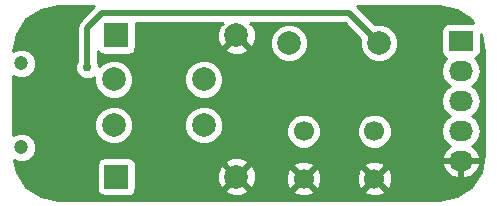
<source format=gbl>
%TF.GenerationSoftware,KiCad,Pcbnew,4.0.4+e1-6308~48~ubuntu16.04.1-stable*%
%TF.CreationDate,2016-12-10T16:28:55-08:00*%
%TF.ProjectId,usb-breakout,7573622D627265616B6F75742E6B6963,rev?*%
%TF.FileFunction,Copper,L2,Bot,Signal*%
%FSLAX46Y46*%
G04 Gerber Fmt 4.6, Leading zero omitted, Abs format (unit mm)*
G04 Created by KiCad (PCBNEW 4.0.4+e1-6308~48~ubuntu16.04.1-stable) date Sat Dec 10 16:28:55 2016*
%MOMM*%
%LPD*%
G01*
G04 APERTURE LIST*
%ADD10C,0.350000*%
%ADD11C,1.200000*%
%ADD12R,2.032000X1.727200*%
%ADD13O,2.032000X1.727200*%
%ADD14C,1.998980*%
%ADD15C,1.700000*%
%ADD16R,1.998980X1.998980*%
%ADD17C,0.762000*%
%ADD18C,0.508000*%
%ADD19C,0.254000*%
%ADD20C,0.350000*%
G04 APERTURE END LIST*
D10*
D11*
X107430400Y-95712800D03*
X107430400Y-102812800D03*
D12*
X144653000Y-93789500D03*
D13*
X144653000Y-96329500D03*
X144653000Y-98869500D03*
X144653000Y-101409500D03*
X144653000Y-103949500D03*
D14*
X137706100Y-93980000D03*
X130086100Y-93980000D03*
X122872500Y-97066100D03*
X115252500Y-97066100D03*
X122872500Y-100926900D03*
X115252500Y-100926900D03*
D15*
X137325100Y-105460300D03*
X131325100Y-105460300D03*
X137325100Y-101460300D03*
X131325100Y-101460300D03*
D14*
X125641100Y-93345000D03*
D16*
X115481100Y-93345000D03*
D14*
X125641100Y-105295700D03*
D16*
X115481100Y-105295700D03*
D17*
X112395000Y-100965000D03*
X113030000Y-96043400D03*
D18*
X113030000Y-96043400D02*
X113030000Y-92710000D01*
X113030000Y-92710000D02*
X114300000Y-91440000D01*
X114300000Y-91440000D02*
X135166100Y-91440000D01*
X135166100Y-91440000D02*
X137706100Y-93980000D01*
D19*
G36*
X112401382Y-92081382D02*
X112208671Y-92369794D01*
X112141000Y-92710000D01*
X112141000Y-95534993D01*
X112014176Y-95840418D01*
X112013824Y-96244608D01*
X112168175Y-96618166D01*
X112453731Y-96904221D01*
X112827018Y-97059224D01*
X113231208Y-97059576D01*
X113604766Y-96905225D01*
X113618161Y-96891853D01*
X113617726Y-97389794D01*
X113866038Y-97990755D01*
X114325427Y-98450946D01*
X114925953Y-98700306D01*
X115576194Y-98700874D01*
X116177155Y-98452562D01*
X116637346Y-97993173D01*
X116886706Y-97392647D01*
X116886708Y-97389794D01*
X121237726Y-97389794D01*
X121486038Y-97990755D01*
X121945427Y-98450946D01*
X122545953Y-98700306D01*
X123196194Y-98700874D01*
X123797155Y-98452562D01*
X124257346Y-97993173D01*
X124506706Y-97392647D01*
X124507274Y-96742406D01*
X124258962Y-96141445D01*
X123799573Y-95681254D01*
X123199047Y-95431894D01*
X122548806Y-95431326D01*
X121947845Y-95679638D01*
X121487654Y-96139027D01*
X121238294Y-96739553D01*
X121237726Y-97389794D01*
X116886708Y-97389794D01*
X116887274Y-96742406D01*
X116638962Y-96141445D01*
X116179573Y-95681254D01*
X115579047Y-95431894D01*
X114928806Y-95431326D01*
X114327845Y-95679638D01*
X114046073Y-95960919D01*
X114046176Y-95842192D01*
X113919000Y-95534403D01*
X113919000Y-94642827D01*
X114017520Y-94795931D01*
X114229720Y-94940921D01*
X114481610Y-94991930D01*
X116480590Y-94991930D01*
X116715907Y-94947652D01*
X116932031Y-94808580D01*
X117077021Y-94596380D01*
X117097112Y-94497163D01*
X124668543Y-94497163D01*
X124767142Y-94763965D01*
X125376682Y-94990401D01*
X126026477Y-94966341D01*
X126515058Y-94763965D01*
X126613657Y-94497163D01*
X125641100Y-93524605D01*
X124668543Y-94497163D01*
X117097112Y-94497163D01*
X117128030Y-94344490D01*
X117128030Y-92345510D01*
X117124923Y-92329000D01*
X124445492Y-92329000D01*
X124488936Y-92372444D01*
X124222135Y-92471042D01*
X123995699Y-93080582D01*
X124019759Y-93730377D01*
X124222135Y-94218958D01*
X124488937Y-94317557D01*
X125461495Y-93345000D01*
X125447352Y-93330858D01*
X125626958Y-93151252D01*
X125641100Y-93165395D01*
X125655242Y-93151252D01*
X125834848Y-93330858D01*
X125820705Y-93345000D01*
X126793263Y-94317557D01*
X126830775Y-94303694D01*
X128451326Y-94303694D01*
X128699638Y-94904655D01*
X129159027Y-95364846D01*
X129759553Y-95614206D01*
X130409794Y-95614774D01*
X131010755Y-95366462D01*
X131470946Y-94907073D01*
X131720306Y-94306547D01*
X131720874Y-93656306D01*
X131472562Y-93055345D01*
X131013173Y-92595154D01*
X130412647Y-92345794D01*
X129762406Y-92345226D01*
X129161445Y-92593538D01*
X128701254Y-93052927D01*
X128451894Y-93653453D01*
X128451326Y-94303694D01*
X126830775Y-94303694D01*
X127060065Y-94218958D01*
X127286501Y-93609418D01*
X127262441Y-92959623D01*
X127060065Y-92471042D01*
X126793264Y-92372444D01*
X126836708Y-92329000D01*
X134797864Y-92329000D01*
X136086688Y-93617824D01*
X136071894Y-93653453D01*
X136071326Y-94303694D01*
X136319638Y-94904655D01*
X136779027Y-95364846D01*
X137379553Y-95614206D01*
X138029794Y-95614774D01*
X138630755Y-95366462D01*
X139090946Y-94907073D01*
X139340306Y-94306547D01*
X139340874Y-93656306D01*
X139092562Y-93055345D01*
X138633173Y-92595154D01*
X138032647Y-92345794D01*
X137382406Y-92345226D01*
X137344305Y-92360969D01*
X135864536Y-90881200D01*
X142804951Y-90881200D01*
X144298532Y-91178291D01*
X145505343Y-91984657D01*
X145706767Y-92286108D01*
X145669000Y-92278460D01*
X143637000Y-92278460D01*
X143401683Y-92322738D01*
X143185559Y-92461810D01*
X143040569Y-92674010D01*
X142989560Y-92925900D01*
X142989560Y-94653100D01*
X143033838Y-94888417D01*
X143172910Y-95104541D01*
X143385110Y-95249531D01*
X143426439Y-95257900D01*
X143408585Y-95269830D01*
X143083729Y-95756011D01*
X142969655Y-96329500D01*
X143083729Y-96902989D01*
X143408585Y-97389170D01*
X143723366Y-97599500D01*
X143408585Y-97809830D01*
X143083729Y-98296011D01*
X142969655Y-98869500D01*
X143083729Y-99442989D01*
X143408585Y-99929170D01*
X143723366Y-100139500D01*
X143408585Y-100349830D01*
X143083729Y-100836011D01*
X142969655Y-101409500D01*
X143083729Y-101982989D01*
X143408585Y-102469170D01*
X143718069Y-102675961D01*
X143302268Y-103047464D01*
X143048291Y-103574709D01*
X143045642Y-103590474D01*
X143166783Y-103822500D01*
X144526000Y-103822500D01*
X144526000Y-103802500D01*
X144780000Y-103802500D01*
X144780000Y-103822500D01*
X146139217Y-103822500D01*
X146260358Y-103590474D01*
X146257709Y-103574709D01*
X146003732Y-103047464D01*
X145587931Y-102675961D01*
X145897415Y-102469170D01*
X146222271Y-101982989D01*
X146336345Y-101409500D01*
X146222271Y-100836011D01*
X145897415Y-100349830D01*
X145582634Y-100139500D01*
X145897415Y-99929170D01*
X146222271Y-99442989D01*
X146336345Y-98869500D01*
X146222271Y-98296011D01*
X145897415Y-97809830D01*
X145582634Y-97599500D01*
X145897415Y-97389170D01*
X146222271Y-96902989D01*
X146336345Y-96329500D01*
X146222271Y-95756011D01*
X145897415Y-95269830D01*
X145883087Y-95260257D01*
X145904317Y-95256262D01*
X146120441Y-95117190D01*
X146265431Y-94904990D01*
X146316440Y-94653100D01*
X146316440Y-93215254D01*
X146608800Y-94685049D01*
X146608800Y-103434951D01*
X146311708Y-104928534D01*
X145505343Y-106135343D01*
X144298532Y-106941709D01*
X142804951Y-107238800D01*
X110560049Y-107238800D01*
X109066466Y-106941708D01*
X107859657Y-106135343D01*
X107053291Y-104928532D01*
X106927515Y-104296210D01*
X113834170Y-104296210D01*
X113834170Y-106295190D01*
X113878448Y-106530507D01*
X114017520Y-106746631D01*
X114229720Y-106891621D01*
X114481610Y-106942630D01*
X116480590Y-106942630D01*
X116715907Y-106898352D01*
X116932031Y-106759280D01*
X117077021Y-106547080D01*
X117097112Y-106447863D01*
X124668543Y-106447863D01*
X124767142Y-106714665D01*
X125376682Y-106941101D01*
X126026477Y-106917041D01*
X126515058Y-106714665D01*
X126592815Y-106504258D01*
X130460747Y-106504258D01*
X130541020Y-106755559D01*
X131096379Y-106957018D01*
X131686558Y-106930615D01*
X132109180Y-106755559D01*
X132189453Y-106504258D01*
X136460747Y-106504258D01*
X136541020Y-106755559D01*
X137096379Y-106957018D01*
X137686558Y-106930615D01*
X138109180Y-106755559D01*
X138189453Y-106504258D01*
X137325100Y-105639905D01*
X136460747Y-106504258D01*
X132189453Y-106504258D01*
X131325100Y-105639905D01*
X130460747Y-106504258D01*
X126592815Y-106504258D01*
X126613657Y-106447863D01*
X125641100Y-105475305D01*
X124668543Y-106447863D01*
X117097112Y-106447863D01*
X117128030Y-106295190D01*
X117128030Y-105031282D01*
X123995699Y-105031282D01*
X124019759Y-105681077D01*
X124222135Y-106169658D01*
X124488937Y-106268257D01*
X125461495Y-105295700D01*
X125820705Y-105295700D01*
X126793263Y-106268257D01*
X127060065Y-106169658D01*
X127286501Y-105560118D01*
X127274337Y-105231579D01*
X129828382Y-105231579D01*
X129854785Y-105821758D01*
X130029841Y-106244380D01*
X130281142Y-106324653D01*
X131145495Y-105460300D01*
X131504705Y-105460300D01*
X132369058Y-106324653D01*
X132620359Y-106244380D01*
X132821818Y-105689021D01*
X132801354Y-105231579D01*
X135828382Y-105231579D01*
X135854785Y-105821758D01*
X136029841Y-106244380D01*
X136281142Y-106324653D01*
X137145495Y-105460300D01*
X137504705Y-105460300D01*
X138369058Y-106324653D01*
X138620359Y-106244380D01*
X138821818Y-105689021D01*
X138795415Y-105098842D01*
X138620359Y-104676220D01*
X138369058Y-104595947D01*
X137504705Y-105460300D01*
X137145495Y-105460300D01*
X136281142Y-104595947D01*
X136029841Y-104676220D01*
X135828382Y-105231579D01*
X132801354Y-105231579D01*
X132795415Y-105098842D01*
X132620359Y-104676220D01*
X132369058Y-104595947D01*
X131504705Y-105460300D01*
X131145495Y-105460300D01*
X130281142Y-104595947D01*
X130029841Y-104676220D01*
X129828382Y-105231579D01*
X127274337Y-105231579D01*
X127262441Y-104910323D01*
X127060065Y-104421742D01*
X127045453Y-104416342D01*
X130460747Y-104416342D01*
X131325100Y-105280695D01*
X132189453Y-104416342D01*
X136460747Y-104416342D01*
X137325100Y-105280695D01*
X138189453Y-104416342D01*
X138155014Y-104308526D01*
X143045642Y-104308526D01*
X143048291Y-104324291D01*
X143302268Y-104851536D01*
X143738680Y-105241454D01*
X144291087Y-105434684D01*
X144526000Y-105290424D01*
X144526000Y-104076500D01*
X144780000Y-104076500D01*
X144780000Y-105290424D01*
X145014913Y-105434684D01*
X145567320Y-105241454D01*
X146003732Y-104851536D01*
X146257709Y-104324291D01*
X146260358Y-104308526D01*
X146139217Y-104076500D01*
X144780000Y-104076500D01*
X144526000Y-104076500D01*
X143166783Y-104076500D01*
X143045642Y-104308526D01*
X138155014Y-104308526D01*
X138109180Y-104165041D01*
X137553821Y-103963582D01*
X136963642Y-103989985D01*
X136541020Y-104165041D01*
X136460747Y-104416342D01*
X132189453Y-104416342D01*
X132109180Y-104165041D01*
X131553821Y-103963582D01*
X130963642Y-103989985D01*
X130541020Y-104165041D01*
X130460747Y-104416342D01*
X127045453Y-104416342D01*
X126793263Y-104323143D01*
X125820705Y-105295700D01*
X125461495Y-105295700D01*
X124488937Y-104323143D01*
X124222135Y-104421742D01*
X123995699Y-105031282D01*
X117128030Y-105031282D01*
X117128030Y-104296210D01*
X117099303Y-104143537D01*
X124668543Y-104143537D01*
X125641100Y-105116095D01*
X126613657Y-104143537D01*
X126515058Y-103876735D01*
X125905518Y-103650299D01*
X125255723Y-103674359D01*
X124767142Y-103876735D01*
X124668543Y-104143537D01*
X117099303Y-104143537D01*
X117083752Y-104060893D01*
X116944680Y-103844769D01*
X116732480Y-103699779D01*
X116480590Y-103648770D01*
X114481610Y-103648770D01*
X114246293Y-103693048D01*
X114030169Y-103832120D01*
X113885179Y-104044320D01*
X113834170Y-104296210D01*
X106927515Y-104296210D01*
X106850546Y-103909261D01*
X107183666Y-104047585D01*
X107674979Y-104048014D01*
X108129057Y-103860392D01*
X108476771Y-103513285D01*
X108665185Y-103059534D01*
X108665614Y-102568221D01*
X108477992Y-102114143D01*
X108130885Y-101766429D01*
X107677134Y-101578015D01*
X107185821Y-101577586D01*
X106756200Y-101755103D01*
X106756200Y-101250594D01*
X113617726Y-101250594D01*
X113866038Y-101851555D01*
X114325427Y-102311746D01*
X114925953Y-102561106D01*
X115576194Y-102561674D01*
X116177155Y-102313362D01*
X116637346Y-101853973D01*
X116886706Y-101253447D01*
X116886708Y-101250594D01*
X121237726Y-101250594D01*
X121486038Y-101851555D01*
X121945427Y-102311746D01*
X122545953Y-102561106D01*
X123196194Y-102561674D01*
X123797155Y-102313362D01*
X124257346Y-101853973D01*
X124298696Y-101754389D01*
X129839843Y-101754389D01*
X130065444Y-102300386D01*
X130482817Y-102718488D01*
X131028419Y-102945042D01*
X131619189Y-102945557D01*
X132165186Y-102719956D01*
X132583288Y-102302583D01*
X132809842Y-101756981D01*
X132809844Y-101754389D01*
X135839843Y-101754389D01*
X136065444Y-102300386D01*
X136482817Y-102718488D01*
X137028419Y-102945042D01*
X137619189Y-102945557D01*
X138165186Y-102719956D01*
X138583288Y-102302583D01*
X138809842Y-101756981D01*
X138810357Y-101166211D01*
X138584756Y-100620214D01*
X138167383Y-100202112D01*
X137621781Y-99975558D01*
X137031011Y-99975043D01*
X136485014Y-100200644D01*
X136066912Y-100618017D01*
X135840358Y-101163619D01*
X135839843Y-101754389D01*
X132809844Y-101754389D01*
X132810357Y-101166211D01*
X132584756Y-100620214D01*
X132167383Y-100202112D01*
X131621781Y-99975558D01*
X131031011Y-99975043D01*
X130485014Y-100200644D01*
X130066912Y-100618017D01*
X129840358Y-101163619D01*
X129839843Y-101754389D01*
X124298696Y-101754389D01*
X124506706Y-101253447D01*
X124507274Y-100603206D01*
X124258962Y-100002245D01*
X123799573Y-99542054D01*
X123199047Y-99292694D01*
X122548806Y-99292126D01*
X121947845Y-99540438D01*
X121487654Y-99999827D01*
X121238294Y-100600353D01*
X121237726Y-101250594D01*
X116886708Y-101250594D01*
X116887274Y-100603206D01*
X116638962Y-100002245D01*
X116179573Y-99542054D01*
X115579047Y-99292694D01*
X114928806Y-99292126D01*
X114327845Y-99540438D01*
X113867654Y-99999827D01*
X113618294Y-100600353D01*
X113617726Y-101250594D01*
X106756200Y-101250594D01*
X106756200Y-96770085D01*
X107183666Y-96947585D01*
X107674979Y-96948014D01*
X108129057Y-96760392D01*
X108476771Y-96413285D01*
X108665185Y-95959534D01*
X108665614Y-95468221D01*
X108477992Y-95014143D01*
X108130885Y-94666429D01*
X107677134Y-94478015D01*
X107185821Y-94477586D01*
X106762690Y-94652421D01*
X107053291Y-93191468D01*
X107859657Y-91984657D01*
X109066466Y-91178292D01*
X110560049Y-90881200D01*
X113601564Y-90881200D01*
X112401382Y-92081382D01*
X112401382Y-92081382D01*
G37*
X112401382Y-92081382D02*
X112208671Y-92369794D01*
X112141000Y-92710000D01*
X112141000Y-95534993D01*
X112014176Y-95840418D01*
X112013824Y-96244608D01*
X112168175Y-96618166D01*
X112453731Y-96904221D01*
X112827018Y-97059224D01*
X113231208Y-97059576D01*
X113604766Y-96905225D01*
X113618161Y-96891853D01*
X113617726Y-97389794D01*
X113866038Y-97990755D01*
X114325427Y-98450946D01*
X114925953Y-98700306D01*
X115576194Y-98700874D01*
X116177155Y-98452562D01*
X116637346Y-97993173D01*
X116886706Y-97392647D01*
X116886708Y-97389794D01*
X121237726Y-97389794D01*
X121486038Y-97990755D01*
X121945427Y-98450946D01*
X122545953Y-98700306D01*
X123196194Y-98700874D01*
X123797155Y-98452562D01*
X124257346Y-97993173D01*
X124506706Y-97392647D01*
X124507274Y-96742406D01*
X124258962Y-96141445D01*
X123799573Y-95681254D01*
X123199047Y-95431894D01*
X122548806Y-95431326D01*
X121947845Y-95679638D01*
X121487654Y-96139027D01*
X121238294Y-96739553D01*
X121237726Y-97389794D01*
X116886708Y-97389794D01*
X116887274Y-96742406D01*
X116638962Y-96141445D01*
X116179573Y-95681254D01*
X115579047Y-95431894D01*
X114928806Y-95431326D01*
X114327845Y-95679638D01*
X114046073Y-95960919D01*
X114046176Y-95842192D01*
X113919000Y-95534403D01*
X113919000Y-94642827D01*
X114017520Y-94795931D01*
X114229720Y-94940921D01*
X114481610Y-94991930D01*
X116480590Y-94991930D01*
X116715907Y-94947652D01*
X116932031Y-94808580D01*
X117077021Y-94596380D01*
X117097112Y-94497163D01*
X124668543Y-94497163D01*
X124767142Y-94763965D01*
X125376682Y-94990401D01*
X126026477Y-94966341D01*
X126515058Y-94763965D01*
X126613657Y-94497163D01*
X125641100Y-93524605D01*
X124668543Y-94497163D01*
X117097112Y-94497163D01*
X117128030Y-94344490D01*
X117128030Y-92345510D01*
X117124923Y-92329000D01*
X124445492Y-92329000D01*
X124488936Y-92372444D01*
X124222135Y-92471042D01*
X123995699Y-93080582D01*
X124019759Y-93730377D01*
X124222135Y-94218958D01*
X124488937Y-94317557D01*
X125461495Y-93345000D01*
X125447352Y-93330858D01*
X125626958Y-93151252D01*
X125641100Y-93165395D01*
X125655242Y-93151252D01*
X125834848Y-93330858D01*
X125820705Y-93345000D01*
X126793263Y-94317557D01*
X126830775Y-94303694D01*
X128451326Y-94303694D01*
X128699638Y-94904655D01*
X129159027Y-95364846D01*
X129759553Y-95614206D01*
X130409794Y-95614774D01*
X131010755Y-95366462D01*
X131470946Y-94907073D01*
X131720306Y-94306547D01*
X131720874Y-93656306D01*
X131472562Y-93055345D01*
X131013173Y-92595154D01*
X130412647Y-92345794D01*
X129762406Y-92345226D01*
X129161445Y-92593538D01*
X128701254Y-93052927D01*
X128451894Y-93653453D01*
X128451326Y-94303694D01*
X126830775Y-94303694D01*
X127060065Y-94218958D01*
X127286501Y-93609418D01*
X127262441Y-92959623D01*
X127060065Y-92471042D01*
X126793264Y-92372444D01*
X126836708Y-92329000D01*
X134797864Y-92329000D01*
X136086688Y-93617824D01*
X136071894Y-93653453D01*
X136071326Y-94303694D01*
X136319638Y-94904655D01*
X136779027Y-95364846D01*
X137379553Y-95614206D01*
X138029794Y-95614774D01*
X138630755Y-95366462D01*
X139090946Y-94907073D01*
X139340306Y-94306547D01*
X139340874Y-93656306D01*
X139092562Y-93055345D01*
X138633173Y-92595154D01*
X138032647Y-92345794D01*
X137382406Y-92345226D01*
X137344305Y-92360969D01*
X135864536Y-90881200D01*
X142804951Y-90881200D01*
X144298532Y-91178291D01*
X145505343Y-91984657D01*
X145706767Y-92286108D01*
X145669000Y-92278460D01*
X143637000Y-92278460D01*
X143401683Y-92322738D01*
X143185559Y-92461810D01*
X143040569Y-92674010D01*
X142989560Y-92925900D01*
X142989560Y-94653100D01*
X143033838Y-94888417D01*
X143172910Y-95104541D01*
X143385110Y-95249531D01*
X143426439Y-95257900D01*
X143408585Y-95269830D01*
X143083729Y-95756011D01*
X142969655Y-96329500D01*
X143083729Y-96902989D01*
X143408585Y-97389170D01*
X143723366Y-97599500D01*
X143408585Y-97809830D01*
X143083729Y-98296011D01*
X142969655Y-98869500D01*
X143083729Y-99442989D01*
X143408585Y-99929170D01*
X143723366Y-100139500D01*
X143408585Y-100349830D01*
X143083729Y-100836011D01*
X142969655Y-101409500D01*
X143083729Y-101982989D01*
X143408585Y-102469170D01*
X143718069Y-102675961D01*
X143302268Y-103047464D01*
X143048291Y-103574709D01*
X143045642Y-103590474D01*
X143166783Y-103822500D01*
X144526000Y-103822500D01*
X144526000Y-103802500D01*
X144780000Y-103802500D01*
X144780000Y-103822500D01*
X146139217Y-103822500D01*
X146260358Y-103590474D01*
X146257709Y-103574709D01*
X146003732Y-103047464D01*
X145587931Y-102675961D01*
X145897415Y-102469170D01*
X146222271Y-101982989D01*
X146336345Y-101409500D01*
X146222271Y-100836011D01*
X145897415Y-100349830D01*
X145582634Y-100139500D01*
X145897415Y-99929170D01*
X146222271Y-99442989D01*
X146336345Y-98869500D01*
X146222271Y-98296011D01*
X145897415Y-97809830D01*
X145582634Y-97599500D01*
X145897415Y-97389170D01*
X146222271Y-96902989D01*
X146336345Y-96329500D01*
X146222271Y-95756011D01*
X145897415Y-95269830D01*
X145883087Y-95260257D01*
X145904317Y-95256262D01*
X146120441Y-95117190D01*
X146265431Y-94904990D01*
X146316440Y-94653100D01*
X146316440Y-93215254D01*
X146608800Y-94685049D01*
X146608800Y-103434951D01*
X146311708Y-104928534D01*
X145505343Y-106135343D01*
X144298532Y-106941709D01*
X142804951Y-107238800D01*
X110560049Y-107238800D01*
X109066466Y-106941708D01*
X107859657Y-106135343D01*
X107053291Y-104928532D01*
X106927515Y-104296210D01*
X113834170Y-104296210D01*
X113834170Y-106295190D01*
X113878448Y-106530507D01*
X114017520Y-106746631D01*
X114229720Y-106891621D01*
X114481610Y-106942630D01*
X116480590Y-106942630D01*
X116715907Y-106898352D01*
X116932031Y-106759280D01*
X117077021Y-106547080D01*
X117097112Y-106447863D01*
X124668543Y-106447863D01*
X124767142Y-106714665D01*
X125376682Y-106941101D01*
X126026477Y-106917041D01*
X126515058Y-106714665D01*
X126592815Y-106504258D01*
X130460747Y-106504258D01*
X130541020Y-106755559D01*
X131096379Y-106957018D01*
X131686558Y-106930615D01*
X132109180Y-106755559D01*
X132189453Y-106504258D01*
X136460747Y-106504258D01*
X136541020Y-106755559D01*
X137096379Y-106957018D01*
X137686558Y-106930615D01*
X138109180Y-106755559D01*
X138189453Y-106504258D01*
X137325100Y-105639905D01*
X136460747Y-106504258D01*
X132189453Y-106504258D01*
X131325100Y-105639905D01*
X130460747Y-106504258D01*
X126592815Y-106504258D01*
X126613657Y-106447863D01*
X125641100Y-105475305D01*
X124668543Y-106447863D01*
X117097112Y-106447863D01*
X117128030Y-106295190D01*
X117128030Y-105031282D01*
X123995699Y-105031282D01*
X124019759Y-105681077D01*
X124222135Y-106169658D01*
X124488937Y-106268257D01*
X125461495Y-105295700D01*
X125820705Y-105295700D01*
X126793263Y-106268257D01*
X127060065Y-106169658D01*
X127286501Y-105560118D01*
X127274337Y-105231579D01*
X129828382Y-105231579D01*
X129854785Y-105821758D01*
X130029841Y-106244380D01*
X130281142Y-106324653D01*
X131145495Y-105460300D01*
X131504705Y-105460300D01*
X132369058Y-106324653D01*
X132620359Y-106244380D01*
X132821818Y-105689021D01*
X132801354Y-105231579D01*
X135828382Y-105231579D01*
X135854785Y-105821758D01*
X136029841Y-106244380D01*
X136281142Y-106324653D01*
X137145495Y-105460300D01*
X137504705Y-105460300D01*
X138369058Y-106324653D01*
X138620359Y-106244380D01*
X138821818Y-105689021D01*
X138795415Y-105098842D01*
X138620359Y-104676220D01*
X138369058Y-104595947D01*
X137504705Y-105460300D01*
X137145495Y-105460300D01*
X136281142Y-104595947D01*
X136029841Y-104676220D01*
X135828382Y-105231579D01*
X132801354Y-105231579D01*
X132795415Y-105098842D01*
X132620359Y-104676220D01*
X132369058Y-104595947D01*
X131504705Y-105460300D01*
X131145495Y-105460300D01*
X130281142Y-104595947D01*
X130029841Y-104676220D01*
X129828382Y-105231579D01*
X127274337Y-105231579D01*
X127262441Y-104910323D01*
X127060065Y-104421742D01*
X127045453Y-104416342D01*
X130460747Y-104416342D01*
X131325100Y-105280695D01*
X132189453Y-104416342D01*
X136460747Y-104416342D01*
X137325100Y-105280695D01*
X138189453Y-104416342D01*
X138155014Y-104308526D01*
X143045642Y-104308526D01*
X143048291Y-104324291D01*
X143302268Y-104851536D01*
X143738680Y-105241454D01*
X144291087Y-105434684D01*
X144526000Y-105290424D01*
X144526000Y-104076500D01*
X144780000Y-104076500D01*
X144780000Y-105290424D01*
X145014913Y-105434684D01*
X145567320Y-105241454D01*
X146003732Y-104851536D01*
X146257709Y-104324291D01*
X146260358Y-104308526D01*
X146139217Y-104076500D01*
X144780000Y-104076500D01*
X144526000Y-104076500D01*
X143166783Y-104076500D01*
X143045642Y-104308526D01*
X138155014Y-104308526D01*
X138109180Y-104165041D01*
X137553821Y-103963582D01*
X136963642Y-103989985D01*
X136541020Y-104165041D01*
X136460747Y-104416342D01*
X132189453Y-104416342D01*
X132109180Y-104165041D01*
X131553821Y-103963582D01*
X130963642Y-103989985D01*
X130541020Y-104165041D01*
X130460747Y-104416342D01*
X127045453Y-104416342D01*
X126793263Y-104323143D01*
X125820705Y-105295700D01*
X125461495Y-105295700D01*
X124488937Y-104323143D01*
X124222135Y-104421742D01*
X123995699Y-105031282D01*
X117128030Y-105031282D01*
X117128030Y-104296210D01*
X117099303Y-104143537D01*
X124668543Y-104143537D01*
X125641100Y-105116095D01*
X126613657Y-104143537D01*
X126515058Y-103876735D01*
X125905518Y-103650299D01*
X125255723Y-103674359D01*
X124767142Y-103876735D01*
X124668543Y-104143537D01*
X117099303Y-104143537D01*
X117083752Y-104060893D01*
X116944680Y-103844769D01*
X116732480Y-103699779D01*
X116480590Y-103648770D01*
X114481610Y-103648770D01*
X114246293Y-103693048D01*
X114030169Y-103832120D01*
X113885179Y-104044320D01*
X113834170Y-104296210D01*
X106927515Y-104296210D01*
X106850546Y-103909261D01*
X107183666Y-104047585D01*
X107674979Y-104048014D01*
X108129057Y-103860392D01*
X108476771Y-103513285D01*
X108665185Y-103059534D01*
X108665614Y-102568221D01*
X108477992Y-102114143D01*
X108130885Y-101766429D01*
X107677134Y-101578015D01*
X107185821Y-101577586D01*
X106756200Y-101755103D01*
X106756200Y-101250594D01*
X113617726Y-101250594D01*
X113866038Y-101851555D01*
X114325427Y-102311746D01*
X114925953Y-102561106D01*
X115576194Y-102561674D01*
X116177155Y-102313362D01*
X116637346Y-101853973D01*
X116886706Y-101253447D01*
X116886708Y-101250594D01*
X121237726Y-101250594D01*
X121486038Y-101851555D01*
X121945427Y-102311746D01*
X122545953Y-102561106D01*
X123196194Y-102561674D01*
X123797155Y-102313362D01*
X124257346Y-101853973D01*
X124298696Y-101754389D01*
X129839843Y-101754389D01*
X130065444Y-102300386D01*
X130482817Y-102718488D01*
X131028419Y-102945042D01*
X131619189Y-102945557D01*
X132165186Y-102719956D01*
X132583288Y-102302583D01*
X132809842Y-101756981D01*
X132809844Y-101754389D01*
X135839843Y-101754389D01*
X136065444Y-102300386D01*
X136482817Y-102718488D01*
X137028419Y-102945042D01*
X137619189Y-102945557D01*
X138165186Y-102719956D01*
X138583288Y-102302583D01*
X138809842Y-101756981D01*
X138810357Y-101166211D01*
X138584756Y-100620214D01*
X138167383Y-100202112D01*
X137621781Y-99975558D01*
X137031011Y-99975043D01*
X136485014Y-100200644D01*
X136066912Y-100618017D01*
X135840358Y-101163619D01*
X135839843Y-101754389D01*
X132809844Y-101754389D01*
X132810357Y-101166211D01*
X132584756Y-100620214D01*
X132167383Y-100202112D01*
X131621781Y-99975558D01*
X131031011Y-99975043D01*
X130485014Y-100200644D01*
X130066912Y-100618017D01*
X129840358Y-101163619D01*
X129839843Y-101754389D01*
X124298696Y-101754389D01*
X124506706Y-101253447D01*
X124507274Y-100603206D01*
X124258962Y-100002245D01*
X123799573Y-99542054D01*
X123199047Y-99292694D01*
X122548806Y-99292126D01*
X121947845Y-99540438D01*
X121487654Y-99999827D01*
X121238294Y-100600353D01*
X121237726Y-101250594D01*
X116886708Y-101250594D01*
X116887274Y-100603206D01*
X116638962Y-100002245D01*
X116179573Y-99542054D01*
X115579047Y-99292694D01*
X114928806Y-99292126D01*
X114327845Y-99540438D01*
X113867654Y-99999827D01*
X113618294Y-100600353D01*
X113617726Y-101250594D01*
X106756200Y-101250594D01*
X106756200Y-96770085D01*
X107183666Y-96947585D01*
X107674979Y-96948014D01*
X108129057Y-96760392D01*
X108476771Y-96413285D01*
X108665185Y-95959534D01*
X108665614Y-95468221D01*
X108477992Y-95014143D01*
X108130885Y-94666429D01*
X107677134Y-94478015D01*
X107185821Y-94477586D01*
X106762690Y-94652421D01*
X107053291Y-93191468D01*
X107859657Y-91984657D01*
X109066466Y-91178292D01*
X110560049Y-90881200D01*
X113601564Y-90881200D01*
X112401382Y-92081382D01*
D20*
X112395000Y-100965000D03*
X113030000Y-96043400D03*
X107430400Y-95712800D03*
X107430400Y-102812800D03*
X144653000Y-93789500D03*
X144653000Y-96329500D03*
X144653000Y-98869500D03*
X144653000Y-101409500D03*
X144653000Y-103949500D03*
X137706100Y-93980000D03*
X130086100Y-93980000D03*
X122872500Y-97066100D03*
X115252500Y-97066100D03*
X122872500Y-100926900D03*
X115252500Y-100926900D03*
X137325100Y-105460300D03*
X131325100Y-105460300D03*
X137325100Y-101460300D03*
X131325100Y-101460300D03*
X125641100Y-93345000D03*
X115481100Y-93345000D03*
X125641100Y-105295700D03*
X115481100Y-105295700D03*
M02*

</source>
